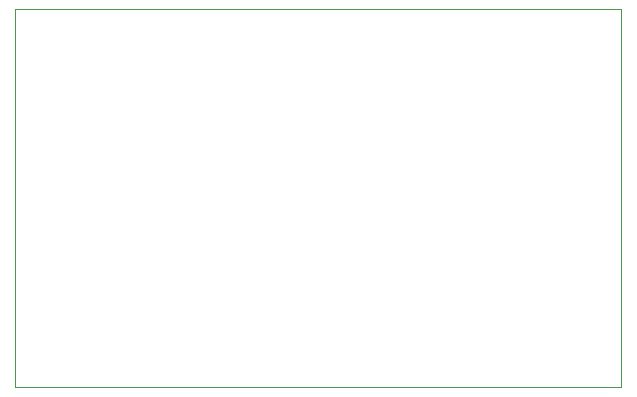
<source format=gbr>
G04 #@! TF.GenerationSoftware,KiCad,Pcbnew,(5.1.2)-2*
G04 #@! TF.CreationDate,2019-08-08T14:41:15+02:00*
G04 #@! TF.ProjectId,esp8266_8x8MatrixLed,65737038-3236-4365-9f38-78384d617472,rev?*
G04 #@! TF.SameCoordinates,Original*
G04 #@! TF.FileFunction,Profile,NP*
%FSLAX46Y46*%
G04 Gerber Fmt 4.6, Leading zero omitted, Abs format (unit mm)*
G04 Created by KiCad (PCBNEW (5.1.2)-2) date 2019-08-08 14:41:15*
%MOMM*%
%LPD*%
G04 APERTURE LIST*
%ADD10C,0.050000*%
G04 APERTURE END LIST*
D10*
X62992000Y-28956000D02*
X62992000Y-60960000D01*
X114300000Y-28956000D02*
X62992000Y-28956000D01*
X114300000Y-60960000D02*
X62992000Y-60960000D01*
X114300000Y-60960000D02*
X114300000Y-28956000D01*
M02*

</source>
